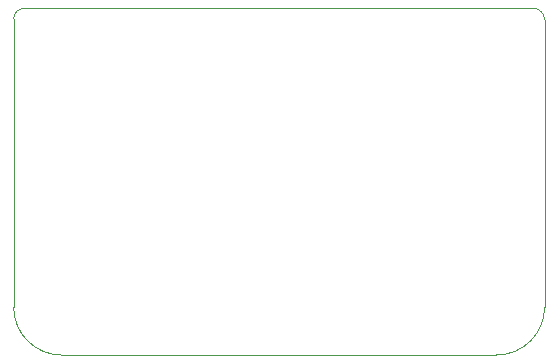
<source format=gbr>
%TF.GenerationSoftware,KiCad,Pcbnew,7.0.7*%
%TF.CreationDate,2023-09-01T18:47:46-05:00*%
%TF.ProjectId,ControlPanelSTM32QFN28,436f6e74-726f-46c5-9061-6e656c53544d,rev?*%
%TF.SameCoordinates,Original*%
%TF.FileFunction,Profile,NP*%
%FSLAX46Y46*%
G04 Gerber Fmt 4.6, Leading zero omitted, Abs format (unit mm)*
G04 Created by KiCad (PCBNEW 7.0.7) date 2023-09-01 18:47:46*
%MOMM*%
%LPD*%
G01*
G04 APERTURE LIST*
%TA.AperFunction,Profile*%
%ADD10C,0.050000*%
%TD*%
G04 APERTURE END LIST*
D10*
X131488000Y-110680500D02*
G75*
G03*
X135552000Y-114744500I4064000J0D01*
G01*
X176439940Y-86360000D02*
X176450164Y-110667800D01*
X131488000Y-110680500D02*
X131488000Y-86296602D01*
X176439957Y-86360000D02*
G75*
G03*
X175479873Y-85389743I-965157J5100D01*
G01*
X132389685Y-85389685D02*
G75*
G03*
X131488000Y-86296602I15J-901715D01*
G01*
X172353080Y-114744500D02*
G75*
G03*
X176450164Y-110670340I22820J4074200D01*
G01*
X172353080Y-114744500D02*
X135552000Y-114744500D01*
X175479873Y-85389743D02*
X132389685Y-85389720D01*
M02*

</source>
